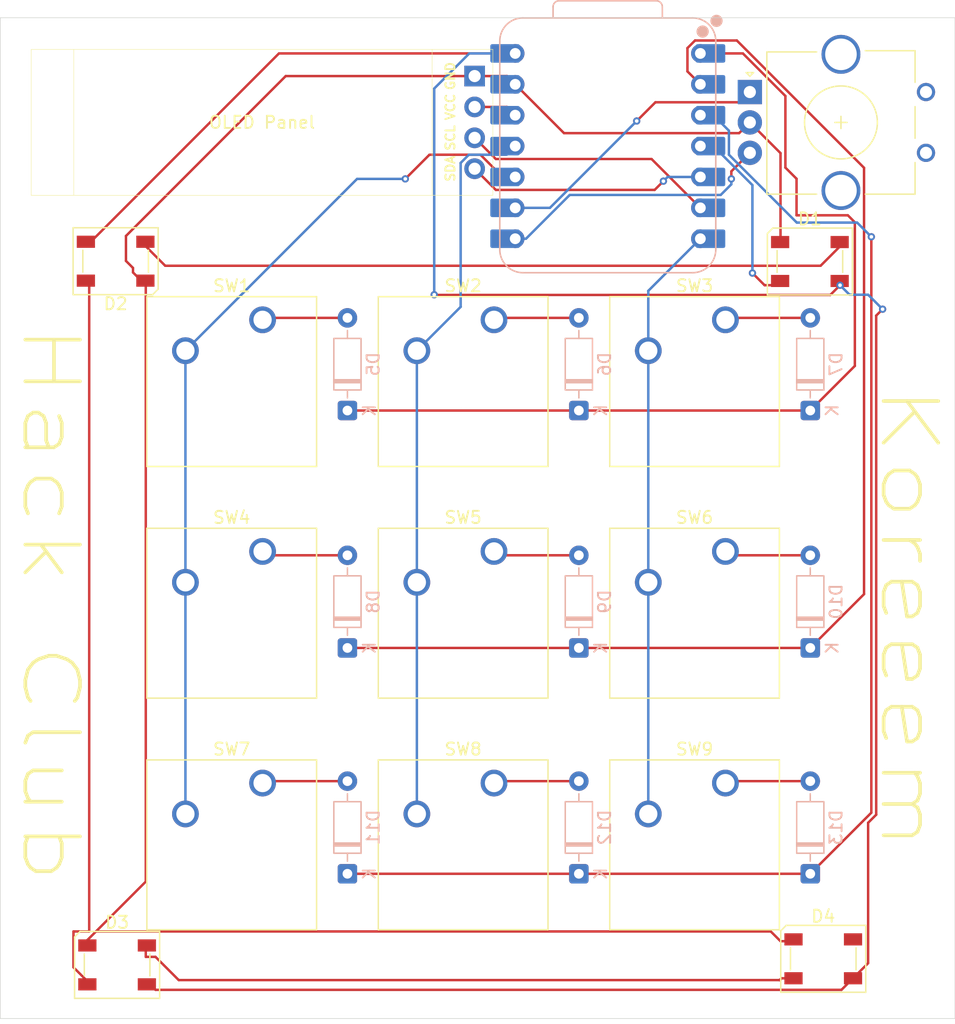
<source format=kicad_pcb>
(kicad_pcb (version 20241229) (generator "pcbnew") (generator_version "9.0")
  (layers (0 "F.Cu" signal) (2 "B.Cu" signal) (13 "F.Paste" user) (15 "B.Paste" user) (5 "F.SilkS" user "F.Silkscreen") (7 "B.SilkS" user "B.Silkscreen") (1 "F.Mask" user) (3 "B.Mask" user) (25 "Edge.Cuts" user))
  (net 0 "")
  (net 1 "Net-(D1-VSS)")
  (net 2 "Net-(D1-DIN)")
  (net 3 "Net-(D1-VDD)")
  (net 4 "Net-(D1-DOUT)")
  (net 5 "Net-(D2-DOUT)")
  (net 6 "Net-(D3-DOUT)")
  (net 8 "Net-(D5-A)")
  (net 9 "Row 1")
  (net 10 "Net-(D6-A)")
  (net 11 "Row 2")
  (net 12 "Row 3")
  (net 13 "Net-(D7-A)")
  (net 14 "Net-(D8-A)")
  (net 15 "Net-(D9-A)")
  (net 16 "Net-(D10-A)")
  (net 17 "Net-(D11-A)")
  (net 18 "Net-(D12-A)")
  (net 19 "Net-(D13-A)")
  (net 20 "Column 1")
  (net 21 "Column 2")
  (net 22 "Column 3")
  (net 23 "Net-(J1-Pin_3)")
  (net 24 "Net-(J1-Pin_2)")
  (net 25 "Net-(U2-GPIO1{slash}RX)")
  (net 26 "Net-(U2-GPIO2{slash}SCK)")
  (net 27 "Net-(J1-Pin_4)")
  (footprint "LED_SMD:LED_SK6812_PLCC4_5.0x5.0mm_P3.2mm" (layer "F.Cu") (at 117.75 133.2)
    (property "Reference" "D4" (at 0 -3.5 0) (layer "F.SilkS"))
    (property "Value" "SK6812")
    (fp_line (start -3.5 -2.3) (end -3.5 2.75) (stroke (width 0.12)) (layer "F.SilkS"))
    (fp_line (start -3.05 -2.75) (end -3.5 -2.3) (stroke (width 0.12)) (layer "F.SilkS"))
    (fp_line (start -2.7 -0.9) (end -2.7 0.9) (stroke (width 0.12)) (layer "F.SilkS"))
    (fp_line (start 2.7 -0.9) (end 2.7 0.9) (stroke (width 0.12)) (layer "F.SilkS"))
    (fp_line (start 3.5 -2.75) (end -3.05 -2.75) (stroke (width 0.12)) (layer "F.SilkS"))
    (fp_line (start 3.5 2.75) (end -3.5 2.75) (stroke (width 0.12)) (layer "F.SilkS"))
    (fp_line (start 3.5 2.75) (end 3.5 -2.75) (stroke (width 0.12)) (layer "F.SilkS"))
    (pad "1" smd rect (at -2.45 -1.6 180) (size 1.5 1) (layers "F.Cu" "F.Mask" "F.Paste") (net 1 "Net-(D1-VSS)"))
    (pad "2" smd rect (at -2.45 1.6 180) (size 1.5 1) (layers "F.Cu" "F.Mask" "F.Paste") (net 6 "Net-(D3-DOUT)"))
    (pad "3" smd rect (at 2.45 1.6 180) (size 1.5 1) (layers "F.Cu" "F.Mask" "F.Paste") (net 3 "Net-(D1-VDD)"))
    (pad "4" smd rect (at 2.45 -1.6 180) (size 1.5 1) (layers "F.Cu" "F.Mask" "F.Paste"))
  )
  (footprint "Button_Switch_Keyboard:SW_Cherry_MX_1.00u_PCB" (layer "F.Cu") (at 109.69625 118.745)
    (property "Reference" "SW9" (at -2.54 -2.794 0) (layer "F.SilkS"))
    (property "Value" "SW_Push")
    (fp_line (start -9.525 -1.905) (end 4.445 -1.905) (stroke (width 0.12)) (layer "F.SilkS"))
    (fp_line (start -9.525 12.065) (end -9.525 -1.905) (stroke (width 0.12)) (layer "F.SilkS"))
    (fp_line (start 4.445 -1.905) (end 4.445 12.065) (stroke (width 0.12)) (layer "F.SilkS"))
    (fp_line (start 4.445 12.065) (end -9.525 12.065) (stroke (width 0.12)) (layer "F.SilkS"))
    (pad "" np_thru_hole circle (at -7.62 5.08) (size 1.7 1.7) (drill 1.7) (layers "*.Cu" "*.Mask"))
    (pad "" np_thru_hole circle (at -2.54 5.08) (size 4 4) (drill 4) (layers "*.Cu" "*.Mask"))
    (pad "" np_thru_hole circle (at 2.54 5.08) (size 1.7 1.7) (drill 1.7) (layers "*.Cu" "*.Mask"))
    (pad "1" thru_hole circle (at 0 0) (size 2.2 2.2) (drill 1.5) (layers "*.Cu" "*.Mask") (net 19 "Net-(D13-A)"))
    (pad "2" thru_hole circle (at -6.35 2.54) (size 2.2 2.2) (drill 1.5) (layers "*.Cu" "*.Mask") (net 22 "Column 3"))
  )
  (footprint "LED_SMD:LED_SK6812_PLCC4_5.0x5.0mm_P3.2mm" (layer "F.Cu") (at 59.5 75.825 180)
    (property "Reference" "D2" (at 0 -3.5 0) (layer "F.SilkS"))
    (property "Value" "SK6812")
    (fp_line (start 3.5 2.75) (end 3.5 -2.75) (stroke (width 0.12)) (layer "F.SilkS"))
    (fp_line (start 3.5 2.75) (end -3.5 2.75) (stroke (width 0.12)) (layer "F.SilkS"))
    (fp_line (start 3.5 -2.75) (end -3.05 -2.75) (stroke (width 0.12)) (layer "F.SilkS"))
    (fp_line (start 2.7 -0.9) (end 2.7 0.9) (stroke (width 0.12)) (layer "F.SilkS"))
    (fp_line (start -2.7 -0.9) (end -2.7 0.9) (stroke (width 0.12)) (layer "F.SilkS"))
    (fp_line (start -3.05 -2.75) (end -3.5 -2.3) (stroke (width 0.12)) (layer "F.SilkS"))
    (fp_line (start -3.5 -2.3) (end -3.5 2.75) (stroke (width 0.12)) (layer "F.SilkS"))
    (pad "1" smd rect (at -2.45 -1.6) (size 1.5 1) (layers "F.Cu" "F.Mask" "F.Paste") (net 1 "Net-(D1-VSS)"))
    (pad "2" smd rect (at -2.45 1.6) (size 1.5 1) (layers "F.Cu" "F.Mask" "F.Paste") (net 4 "Net-(D1-DOUT)"))
    (pad "3" smd rect (at 2.45 1.6) (size 1.5 1) (layers "F.Cu" "F.Mask" "F.Paste") (net 3 "Net-(D1-VDD)"))
    (pad "4" smd rect (at 2.45 -1.6) (size 1.5 1) (layers "F.Cu" "F.Mask" "F.Paste") (net 5 "Net-(D2-DOUT)"))
  )
  (footprint "Rotary_Encoder:RotaryEncoder_Alps_EC11E_Vertical_H20mm_CircularMountingHoles" (layer "F.Cu") (at 111.70625 61.9125)
    (property "Reference" "SW11" (hide yes))
    (property "Value" "RotaryEncoder" (hide yes))
    (fp_line (start -0.3 -1.6) (end 0.3 -1.6) (stroke (width 0.12)) (layer "F.SilkS"))
    (fp_line (start 0 -1.3) (end -0.3 -1.6) (stroke (width 0.12)) (layer "F.SilkS"))
    (fp_line (start 0.3 -1.6) (end 0 -1.3) (stroke (width 0.12)) (layer "F.SilkS"))
    (fp_line (start 1.4 -3.3) (end 1.4 8.4) (stroke (width 0.12)) (layer "F.SilkS"))
    (fp_line (start 5.5 -3.3) (end 1.4 -3.3) (stroke (width 0.12)) (layer "F.SilkS"))
    (fp_line (start 5.5 8.4) (end 1.4 8.4) (stroke (width 0.12)) (layer "F.SilkS"))
    (fp_line (start 7 2.5) (end 8 2.5) (stroke (width 0.12)) (layer "F.SilkS"))
    (fp_line (start 7.5 2) (end 7.5 3) (stroke (width 0.12)) (layer "F.SilkS"))
    (fp_line (start 9.5 -3.4) (end 13.6 -3.4) (stroke (width 0.12)) (layer "F.SilkS"))
    (fp_line (start 13.6 -3.4) (end 13.6 -0.8) (stroke (width 0.12)) (layer "F.SilkS"))
    (fp_line (start 13.6 1.2) (end 13.6 3.8) (stroke (width 0.12)) (layer "F.SilkS"))
    (fp_line (start 13.6 5.8) (end 13.6 8.4) (stroke (width 0.12)) (layer "F.SilkS"))
    (fp_line (start 13.6 8.4) (end 9.5 8.4) (stroke (width 0.12)) (layer "F.SilkS"))
    (fp_circle (center 7.5 2.5) (end 10.5 2.5) (stroke (width 0.12)) (fill no) (layer "F.SilkS"))
    (pad "" thru_hole circle (at 14.5 0) (size 1.5 1.5) (drill 1) (layers "*.Cu" "*.Mask"))
    (pad "" thru_hole circle (at 14.5 5) (size 1.5 1.5) (drill 1) (layers "*.Cu" "*.Mask"))
    (pad "A" thru_hole rect (at 0 0) (size 2 2) (drill 1) (layers "*.Cu" "*.Mask") (net 26 "Net-(U2-GPIO2{slash}SCK)"))
    (pad "B" thru_hole circle (at 0 5) (size 2 2) (drill 1) (layers "*.Cu" "*.Mask") (net 25 "Net-(U2-GPIO1{slash}RX)"))
    (pad "C" thru_hole circle (at 0 2.5) (size 2 2) (drill 1) (layers "*.Cu" "*.Mask") (net 1 "Net-(D1-VSS)"))
    (pad "MP" thru_hole circle (at 7.5 -3.1) (size 3.2 3.2) (drill 2.6) (layers "*.Cu" "*.Mask"))
    (pad "MP" thru_hole circle (at 7.5 8.1) (size 3.2 3.2) (drill 2.6) (layers "*.Cu" "*.Mask"))
  )
  (footprint "Button_Switch_Keyboard:SW_Cherry_MX_1.00u_PCB" (layer "F.Cu") (at 90.64625 99.695)
    (property "Reference" "SW5" (at -2.54 -2.794 0) (layer "F.SilkS"))
    (property "Value" "SW_Push")
    (fp_line (start -9.525 -1.905) (end 4.445 -1.905) (stroke (width 0.12)) (layer "F.SilkS"))
    (fp_line (start -9.525 12.065) (end -9.525 -1.905) (stroke (width 0.12)) (layer "F.SilkS"))
    (fp_line (start 4.445 -1.905) (end 4.445 12.065) (stroke (width 0.12)) (layer "F.SilkS"))
    (fp_line (start 4.445 12.065) (end -9.525 12.065) (stroke (width 0.12)) (layer "F.SilkS"))
    (pad "" np_thru_hole circle (at -7.62 5.08) (size 1.7 1.7) (drill 1.7) (layers "*.Cu" "*.Mask"))
    (pad "" np_thru_hole circle (at -2.54 5.08) (size 4 4) (drill 4) (layers "*.Cu" "*.Mask"))
    (pad "" np_thru_hole circle (at 2.54 5.08) (size 1.7 1.7) (drill 1.7) (layers "*.Cu" "*.Mask"))
    (pad "1" thru_hole circle (at 0 0) (size 2.2 2.2) (drill 1.5) (layers "*.Cu" "*.Mask") (net 15 "Net-(D9-A)"))
    (pad "2" thru_hole circle (at -6.35 2.54) (size 2.2 2.2) (drill 1.5) (layers "*.Cu" "*.Mask") (net 21 "Column 2"))
  )
  (footprint "LED_SMD:LED_SK6812_PLCC4_5.0x5.0mm_P3.2mm" (layer "F.Cu") (at 116.65 75.85)
    (property "Reference" "D1" (at 0 -3.5 0) (layer "F.SilkS"))
    (property "Value" "SK6812")
    (fp_line (start -3.5 -2.3) (end -3.5 2.75) (stroke (width 0.12)) (layer "F.SilkS"))
    (fp_line (start -3.05 -2.75) (end -3.5 -2.3) (stroke (width 0.12)) (layer "F.SilkS"))
    (fp_line (start -2.7 -0.9) (end -2.7 0.9) (stroke (width 0.12)) (layer "F.SilkS"))
    (fp_line (start 2.7 -0.9) (end 2.7 0.9) (stroke (width 0.12)) (layer "F.SilkS"))
    (fp_line (start 3.5 -2.75) (end -3.05 -2.75) (stroke (width 0.12)) (layer "F.SilkS"))
    (fp_line (start 3.5 2.75) (end -3.5 2.75) (stroke (width 0.12)) (layer "F.SilkS"))
    (fp_line (start 3.5 2.75) (end 3.5 -2.75) (stroke (width 0.12)) (layer "F.SilkS"))
    (pad "1" smd rect (at -2.45 -1.6 180) (size 1.5 1) (layers "F.Cu" "F.Mask" "F.Paste") (net 1 "Net-(D1-VSS)"))
    (pad "2" smd rect (at -2.45 1.6 180) (size 1.5 1) (layers "F.Cu" "F.Mask" "F.Paste") (net 2 "Net-(D1-DIN)"))
    (pad "3" smd rect (at 2.45 1.6 180) (size 1.5 1) (layers "F.Cu" "F.Mask" "F.Paste") (net 3 "Net-(D1-VDD)"))
    (pad "4" smd rect (at 2.45 -1.6 180) (size 1.5 1) (layers "F.Cu" "F.Mask" "F.Paste") (net 4 "Net-(D1-DOUT)"))
  )
  (footprint "Button_Switch_Keyboard:SW_Cherry_MX_1.00u_PCB" (layer "F.Cu") (at 71.59625 99.695)
    (property "Reference" "SW4" (at -2.54 -2.794 0) (layer "F.SilkS"))
    (property "Value" "SW_Push")
    (fp_line (start -9.525 -1.905) (end 4.445 -1.905) (stroke (width 0.12)) (layer "F.SilkS"))
    (fp_line (start -9.525 12.065) (end -9.525 -1.905) (stroke (width 0.12)) (layer "F.SilkS"))
    (fp_line (start 4.445 -1.905) (end 4.445 12.065) (stroke (width 0.12)) (layer "F.SilkS"))
    (fp_line (start 4.445 12.065) (end -9.525 12.065) (stroke (width 0.12)) (layer "F.SilkS"))
    (pad "" np_thru_hole circle (at -7.62 5.08) (size 1.7 1.7) (drill 1.7) (layers "*.Cu" "*.Mask"))
    (pad "" np_thru_hole circle (at -2.54 5.08) (size 4 4) (drill 4) (layers "*.Cu" "*.Mask"))
    (pad "" np_thru_hole circle (at 2.54 5.08) (size 1.7 1.7) (drill 1.7) (layers "*.Cu" "*.Mask"))
    (pad "1" thru_hole circle (at 0 0) (size 2.2 2.2) (drill 1.5) (layers "*.Cu" "*.Mask") (net 14 "Net-(D8-A)"))
    (pad "2" thru_hole circle (at -6.35 2.54) (size 2.2 2.2) (drill 1.5) (layers "*.Cu" "*.Mask") (net 20 "Column 1"))
  )
  (footprint "Button_Switch_Keyboard:SW_Cherry_MX_1.00u_PCB" (layer "F.Cu") (at 109.69625 99.695)
    (property "Reference" "SW6" (at -2.54 -2.794 0) (layer "F.SilkS"))
    (property "Value" "SW_Push")
    (fp_line (start -9.525 -1.905) (end 4.445 -1.905) (stroke (width 0.12)) (layer "F.SilkS"))
    (fp_line (start -9.525 12.065) (end -9.525 -1.905) (stroke (width 0.12)) (layer "F.SilkS"))
    (fp_line (start 4.445 -1.905) (end 4.445 12.065) (stroke (width 0.12)) (layer "F.SilkS"))
    (fp_line (start 4.445 12.065) (end -9.525 12.065) (stroke (width 0.12)) (layer "F.SilkS"))
    (pad "" np_thru_hole circle (at -7.62 5.08) (size 1.7 1.7) (drill 1.7) (layers "*.Cu" "*.Mask"))
    (pad "" np_thru_hole circle (at -2.54 5.08) (size 4 4) (drill 4) (layers "*.Cu" "*.Mask"))
    (pad "" np_thru_hole circle (at 2.54 5.08) (size 1.7 1.7) (drill 1.7) (layers "*.Cu" "*.Mask"))
    (pad "1" thru_hole circle (at 0 0) (size 2.2 2.2) (drill 1.5) (layers "*.Cu" "*.Mask") (net 16 "Net-(D10-A)"))
    (pad "2" thru_hole circle (at -6.35 2.54) (size 2.2 2.2) (drill 1.5) (layers "*.Cu" "*.Mask") (net 22 "Column 3"))
  )
  (footprint "LED_SMD:LED_SK6812_PLCC4_5.0x5.0mm_P3.2mm" (layer "F.Cu") (at 59.62125 133.7)
    (property "Reference" "D3" (at 0 -3.5 0) (layer "F.SilkS"))
    (property "Value" "SK6812")
    (fp_line (start -3.5 -2.3) (end -3.5 2.75) (stroke (width 0.12)) (layer "F.SilkS"))
    (fp_line (start -3.05 -2.75) (end -3.5 -2.3) (stroke (width 0.12)) (layer "F.SilkS"))
    (fp_line (start -2.7 -0.9) (end -2.7 0.9) (stroke (width 0.12)) (layer "F.SilkS"))
    (fp_line (start 2.7 -0.9) (end 2.7 0.9) (stroke (width 0.12)) (layer "F.SilkS"))
    (fp_line (start 3.5 -2.75) (end -3.05 -2.75) (stroke (width 0.12)) (layer "F.SilkS"))
    (fp_line (start 3.5 2.75) (end -3.5 2.75) (stroke (width 0.12)) (layer "F.SilkS"))
    (fp_line (start 3.5 2.75) (end 3.5 -2.75) (stroke (width 0.12)) (layer "F.SilkS"))
    (pad "1" smd rect (at -2.45 -1.6 180) (size 1.5 1) (layers "F.Cu" "F.Mask" "F.Paste") (net 1 "Net-(D1-VSS)"))
    (pad "2" smd rect (at -2.45 1.6 180) (size 1.5 1) (layers "F.Cu" "F.Mask" "F.Paste") (net 5 "Net-(D2-DOUT)"))
    (pad "3" smd rect (at 2.45 1.6 180) (size 1.5 1) (layers "F.Cu" "F.Mask" "F.Paste") (net 3 "Net-(D1-VDD)"))
    (pad "4" smd rect (at 2.45 -1.6 180) (size 1.5 1) (layers "F.Cu" "F.Mask" "F.Paste") (net 6 "Net-(D3-DOUT)"))
  )
  (footprint "Button_Switch_Keyboard:SW_Cherry_MX_1.00u_PCB" (layer "F.Cu") (at 71.59625 80.645)
    (property "Reference" "SW1" (at -2.54 -2.794 0) (layer "F.SilkS"))
    (property "Value" "SW_Push")
    (fp_line (start -9.525 -1.905) (end 4.445 -1.905) (stroke (width 0.12)) (layer "F.SilkS"))
    (fp_line (start -9.525 12.065) (end -9.525 -1.905) (stroke (width 0.12)) (layer "F.SilkS"))
    (fp_line (start 4.445 -1.905) (end 4.445 12.065) (stroke (width 0.12)) (layer "F.SilkS"))
    (fp_line (start 4.445 12.065) (end -9.525 12.065) (stroke (width 0.12)) (layer "F.SilkS"))
    (pad "" np_thru_hole circle (at -7.62 5.08) (size 1.7 1.7) (drill 1.7) (layers "*.Cu" "*.Mask"))
    (pad "" np_thru_hole circle (at -2.54 5.08) (size 4 4) (drill 4) (layers "*.Cu" "*.Mask"))
    (pad "" np_thru_hole circle (at 2.54 5.08) (size 1.7 1.7) (drill 1.7) (layers "*.Cu" "*.Mask"))
    (pad "1" thru_hole circle (at 0 0) (size 2.2 2.2) (drill 1.5) (layers "*.Cu" "*.Mask") (net 8 "Net-(D5-A)"))
    (pad "2" thru_hole circle (at -6.35 2.54) (size 2.2 2.2) (drill 1.5) (layers "*.Cu" "*.Mask") (net 20 "Column 1"))
  )
  (footprint "Button_Switch_Keyboard:SW_Cherry_MX_1.00u_PCB" (layer "F.Cu") (at 90.64625 80.645)
    (property "Reference" "SW2" (at -2.54 -2.794 0) (layer "F.SilkS"))
    (property "Value" "SW_Push")
    (fp_line (start -9.525 -1.905) (end 4.445 -1.905) (stroke (width 0.12)) (layer "F.SilkS"))
    (fp_line (start -9.525 12.065) (end -9.525 -1.905) (stroke (width 0.12)) (layer "F.SilkS"))
    (fp_line (start 4.445 -1.905) (end 4.445 12.065) (stroke (width 0.12)) (layer "F.SilkS"))
    (fp_line (start 4.445 12.065) (end -9.525 12.065) (stroke (width 0.12)) (layer "F.SilkS"))
    (pad "" np_thru_hole circle (at -7.62 5.08) (size 1.7 1.7) (drill 1.7) (layers "*.Cu" "*.Mask"))
    (pad "" np_thru_hole circle (at -2.54 5.08) (size 4 4) (drill 4) (layers "*.Cu" "*.Mask"))
    (pad "" np_thru_hole circle (at 2.54 5.08) (size 1.7 1.7) (drill 1.7) (layers "*.Cu" "*.Mask"))
    (pad "1" thru_hole circle (at 0 0) (size 2.2 2.2) (drill 1.5) (layers "*.Cu" "*.Mask") (net 10 "Net-(D6-A)"))
    (pad "2" thru_hole circle (at -6.35 2.54) (size 2.2 2.2) (drill 1.5) (layers "*.Cu" "*.Mask") (net 21 "Column 2"))
  )
  (footprint "Button_Switch_Keyboard:SW_Cherry_MX_1.00u_PCB" (layer "F.Cu") (at 90.64625 118.745)
    (property "Reference" "SW8" (at -2.54 -2.794 0) (layer "F.SilkS"))
    (property "Value" "SW_Push")
    (fp_line (start -9.525 -1.905) (end 4.445 -1.905) (stroke (width 0.12)) (layer "F.SilkS"))
    (fp_line (start -9.525 12.065) (end -9.525 -1.905) (stroke (width 0.12)) (layer "F.SilkS"))
    (fp_line (start 4.445 -1.905) (end 4.445 12.065) (stroke (width 0.12)) (layer "F.SilkS"))
    (fp_line (start 4.445 12.065) (end -9.525 12.065) (stroke (width 0.12)) (layer "F.SilkS"))
    (pad "" np_thru_hole circle (at -7.62 5.08) (size 1.7 1.7) (drill 1.7) (layers "*.Cu" "*.Mask"))
    (pad "" np_thru_hole circle (at -2.54 5.08) (size 4 4) (drill 4) (layers "*.Cu" "*.Mask"))
    (pad "" np_thru_hole circle (at 2.54 5.08) (size 1.7 1.7) (drill 1.7) (layers "*.Cu" "*.Mask"))
    (pad "1" thru_hole circle (at 0 0) (size 2.2 2.2) (drill 1.5) (layers "*.Cu" "*.Mask") (net 18 "Net-(D12-A)"))
    (pad "2" thru_hole circle (at -6.35 2.54) (size 2.2 2.2) (drill 1.5) (layers "*.Cu" "*.Mask") (net 21 "Column 2"))
  )
  (footprint "Button_Switch_Keyboard:SW_Cherry_MX_1.00u_PCB" (layer "F.Cu") (at 71.59625 118.745)
    (property "Reference" "SW7" (at -2.54 -2.794 0) (layer "F.SilkS"))
    (property "Value" "SW_Push")
    (fp_line (start -9.525 -1.905) (end 4.445 -1.905) (stroke (width 0.12)) (layer "F.SilkS"))
    (fp_line (start -9.525 12.065) (end -9.525 -1.905) (stroke (width 0.12)) (layer "F.SilkS"))
    (fp_line (start 4.445 -1.905) (end 4.445 12.065) (stroke (width 0.12)) (layer "F.SilkS"))
    (fp_line (start 4.445 12.065) (end -9.525 12.065) (stroke (width 0.12)) (layer "F.SilkS"))
    (pad "" np_thru_hole circle (at -7.62 5.08) (size 1.7 1.7) (drill 1.7) (layers "*.Cu" "*.Mask"))
    (pad "" np_thru_hole circle (at -2.54 5.08) (size 4 4) (drill 4) (layers "*.Cu" "*.Mask"))
    (pad "" np_thru_hole circle (at 2.54 5.08) (size 1.7 1.7) (drill 1.7) (layers "*.Cu" "*.Mask"))
    (pad "1" thru_hole circle (at 0 0) (size 2.2 2.2) (drill 1.5) (layers "*.Cu" "*.Mask") (net 17 "Net-(D11-A)"))
    (pad "2" thru_hole circle (at -6.35 2.54) (size 2.2 2.2) (drill 1.5) (layers "*.Cu" "*.Mask") (net 20 "Column 1"))
  )
  (footprint "display:SSD1306-0.91-OLED-4pin-128x32" (layer "F.Cu") (at 52.5525 58.40875)
    (property "Reference" "J1" (hide yes))
    (property "Value" "Conn_01x04_Pin")
    (fp_line (start 0 0) (end 0 12) (stroke (width 0.04)) (layer "F.SilkS"))
    (fp_line (start 0 12) (end 38 12) (stroke (width 0.04)) (layer "F.SilkS"))
    (fp_line (start 3.5 0) (end 3.5 12) (stroke (width 0.04)) (layer "F.SilkS"))
    (fp_line (start 33 0) (end 33 12) (stroke (width 0.04)) (layer "F.SilkS"))
    (fp_line (start 38 0) (end 0 0) (stroke (width 0.04)) (layer "F.SilkS"))
    (fp_line (start 38 12) (end 38 0) (stroke (width 0.04)) (layer "F.SilkS"))
    (fp_text user "GND" (at 34.5 2.19 270) (layer "F.SilkS") (effects (font (size 0.75 0.75))))
    (fp_text user "OLED Panel" (at 19 6 0) (layer "F.SilkS"))
    (fp_text user "VCC" (at 34.5 4.73 270) (layer "F.SilkS") (effects (font (size 0.75 0.75))))
    (fp_text user "SDA" (at 34.5 9.81 270) (layer "F.SilkS") (effects (font (size 0.75 0.75))))
    (fp_text user "SCL" (at 34.5 7.27 270) (layer "F.SilkS") (effects (font (size 0.75 0.75))))
    (pad "1" thru_hole rect (at 36.5 2.19) (size 1.7 1.7) (drill 1) (layers "*.Cu" "*.Mask") (net 1 "Net-(D1-VSS)"))
    (pad "2" thru_hole oval (at 36.5 4.73) (size 1.7 1.7) (drill 1) (layers "*.Cu" "*.Mask") (net 24 "Net-(J1-Pin_2)"))
    (pad "3" thru_hole oval (at 36.5 7.27) (size 1.7 1.7) (drill 1) (layers "*.Cu" "*.Mask") (net 23 "Net-(J1-Pin_3)"))
    (pad "4" thru_hole oval (at 36.5 9.81) (size 1.7 1.7) (drill 1) (layers "*.Cu" "*.Mask") (net 27 "Net-(J1-Pin_4)"))
  )
  (footprint "Button_Switch_Keyboard:SW_Cherry_MX_1.00u_PCB" (layer "F.Cu") (at 109.69625 80.645)
    (property "Reference" "SW3" (at -2.54 -2.794 0) (layer "F.SilkS"))
    (property "Value" "SW_Push")
    (fp_line (start -9.525 -1.905) (end 4.445 -1.905) (stroke (width 0.12)) (layer "F.SilkS"))
    (fp_line (start -9.525 12.065) (end -9.525 -1.905) (stroke (width 0.12)) (layer "F.SilkS"))
    (fp_line (start 4.445 -1.905) (end 4.445 12.065) (stroke (width 0.12)) (layer "F.SilkS"))
    (fp_line (start 4.445 12.065) (end -9.525 12.065) (stroke (width 0.12)) (layer "F.SilkS"))
    (pad "" np_thru_hole circle (at -7.62 5.08) (size 1.7 1.7) (drill 1.7) (layers "*.Cu" "*.Mask"))
    (pad "" np_thru_hole circle (at -2.54 5.08) (size 4 4) (drill 4) (layers "*.Cu" "*.Mask"))
    (pad "" np_thru_hole circle (at 2.54 5.08) (size 1.7 1.7) (drill 1.7) (layers "*.Cu" "*.Mask"))
    (pad "1" thru_hole circle (at 0 0) (size 2.2 2.2) (drill 1.5) (layers "*.Cu" "*.Mask") (net 13 "Net-(D7-A)"))
    (pad "2" thru_hole circle (at -6.35 2.54) (size 2.2 2.2) (drill 1.5) (layers "*.Cu" "*.Mask") (net 22 "Column 3"))
  )
  (footprint "Diode_THT:D_DO-35_SOD27_P7.62mm_Horizontal" (layer "B.Cu") (at 116.68125 88.10625 90)
    (property "Reference" "D7" (at 3.81 2.12 90) (layer "B.SilkS") (effects (justify mirror)))
    (property "Value" "1N4148")
    (fp_line (start 6.58 0) (end 5.93 0) (stroke (width 0.12)) (layer "B.SilkS"))
    (fp_line (start 1.04 0) (end 1.69 0) (stroke (width 0.12)) (layer "B.SilkS"))
    (fp_line (start 2.53 1.12) (end 2.53 -1.12) (stroke (width 0.12)) (layer "B.SilkS"))
    (fp_line (start 2.41 1.12) (end 2.41 -1.12) (stroke (width 0.12)) (layer "B.SilkS"))
    (fp_line (start 2.29 1.12) (end 2.29 -1.12) (stroke (width 0.12)) (layer "B.SilkS"))
    (fp_rect (start 1.69 1.12) (end 5.93 -1.12) (stroke (width 0.12)) (fill no) (layer "B.SilkS"))
    (fp_text user "K" (at 0 1.8 90) (layer "B.SilkS") (effects (justify mirror)))
    (pad "1" thru_hole roundrect (at 0 0 90) (size 1.6 1.6) (drill 0.8) (layers "*.Cu" "*.Mask") (roundrect_rratio 0.15625) (net 9 "Row 1"))
    (pad "2" thru_hole circle (at 7.62 0 90) (size 1.6 1.6) (drill 0.8) (layers "*.Cu" "*.Mask") (net 13 "Net-(D7-A)"))
  )
  (footprint "Diode_THT:D_DO-35_SOD27_P7.62mm_Horizontal" (layer "B.Cu") (at 78.58125 107.6325 90)
    (property "Reference" "D8" (at 3.81 2.12 90) (layer "B.SilkS") (effects (justify mirror)))
    (property "Value" "1N4148")
    (fp_line (start 6.58 0) (end 5.93 0) (stroke (width 0.12)) (layer "B.SilkS"))
    (fp_line (start 1.04 0) (end 1.69 0) (stroke (width 0.12)) (layer "B.SilkS"))
    (fp_line (start 2.53 1.12) (end 2.53 -1.12) (stroke (width 0.12)) (layer "B.SilkS"))
    (fp_line (start 2.41 1.12) (end 2.41 -1.12) (stroke (width 0.12)) (layer "B.SilkS"))
    (fp_line (start 2.29 1.12) (end 2.29 -1.12) (stroke (width 0.12)) (layer "B.SilkS"))
    (fp_rect (start 1.69 1.12) (end 5.93 -1.12) (stroke (width 0.12)) (fill no) (layer "B.SilkS"))
    (fp_text user "K" (at 0 1.8 90) (layer "B.SilkS") (effects (justify mirror)))
    (pad "1" thru_hole roundrect (at 0 0 90) (size 1.6 1.6) (drill 0.8) (layers "*.Cu" "*.Mask") (roundrect_rratio 0.15625) (net 11 "Row 2"))
    (pad "2" thru_hole circle (at 7.62 0 90) (size 1.6 1.6) (drill 0.8) (layers "*.Cu" "*.Mask") (net 14 "Net-(D8-A)"))
  )
  (footprint "Diode_THT:D_DO-35_SOD27_P7.62mm_Horizontal" (layer "B.Cu") (at 78.58125 88.10625 90)
    (property "Reference" "D5" (at 3.81 2.12 90) (layer "B.SilkS") (effects (justify mirror)))
    (property "Value" "1N4148")
    (fp_line (start 6.58 0) (end 5.93 0) (stroke (width 0.12)) (layer "B.SilkS"))
    (fp_line (start 1.04 0) (end 1.69 0) (stroke (width 0.12)) (layer "B.SilkS"))
    (fp_line (start 2.53 1.12) (end 2.53 -1.12) (stroke (width 0.12)) (layer "B.SilkS"))
    (fp_line (start 2.41 1.12) (end 2.41 -1.12) (stroke (width 0.12)) (layer "B.SilkS"))
    (fp_line (start 2.29 1.12) (end 2.29 -1.12) (stroke (width 0.12)) (layer "B.SilkS"))
    (fp_rect (start 1.69 1.12) (end 5.93 -1.12) (stroke (width 0.12)) (fill no) (layer "B.SilkS"))
    (fp_text user "K" (at 0 1.8 90) (layer "B.SilkS") (effects (justify mirror)))
    (pad "1" thru_hole roundrect (at 0 0 90) (size 1.6 1.6) (drill 0.8) (layers "*.Cu" "*.Mask") (roundrect_rratio 0.15625) (net 9 "Row 1"))
    (pad "2" thru_hole circle (at 7.62 0 90) (size 1.6 1.6) (drill 0.8) (layers "*.Cu" "*.Mask") (net 8 "Net-(D5-A)"))
  )
  (footprint "Diode_THT:D_DO-35_SOD27_P7.62mm_Horizontal" (layer "B.Cu") (at 97.63125 107.6325 90)
    (property "Reference" "D9" (at 3.81 2.12 90) (layer "B.SilkS") (effects (justify mirror)))
    (property "Value" "1N4148")
    (fp_line (start 6.58 0) (end 5.93 0) (stroke (width 0.12)) (layer "B.SilkS"))
    (fp_line (start 1.04 0) (end 1.69 0) (stroke (width 0.12)) (layer "B.SilkS"))
    (fp_line (start 2.53 1.12) (end 2.53 -1.12) (stroke (width 0.12)) (layer "B.SilkS"))
    (fp_line (start 2.41 1.12) (end 2.41 -1.12) (stroke (width 0.12)) (layer "B.SilkS"))
    (fp_line (start 2.29 1.12) (end 2.29 -1.12) (stroke (width 0.12)) (layer "B.SilkS"))
    (fp_rect (start 1.69 1.12) (end 5.93 -1.12) (stroke (width 0.12)) (fill no) (layer "B.SilkS"))
    (fp_text user "K" (at 0 1.8 90) (layer "B.SilkS") (effects (justify mirror)))
    (pad "1" thru_hole roundrect (at 0 0 90) (size 1.6 1.6) (drill 0.8) (layers "*.Cu" "*.Mask") (roundrect_rratio 0.15625) (net 11 "Row 2"))
    (pad "2" thru_hole circle (at 7.62 0 90) (size 1.6 1.6) (drill 0.8) (layers "*.Cu" "*.Mask") (net 15 "Net-(D9-A)"))
  )
  (footprint "Diode_THT:D_DO-35_SOD27_P7.62mm_Horizontal" (layer "B.Cu") (at 97.63125 88.10625 90)
    (property "Reference" "D6" (at 3.81 2.12 90) (layer "B.SilkS") (effects (justify mirror)))
    (property "Value" "1N4148")
    (fp_line (start 6.58 0) (end 5.93 0) (stroke (width 0.12)) (layer "B.SilkS"))
    (fp_line (start 1.04 0) (end 1.69 0) (stroke (width 0.12)) (layer "B.SilkS"))
    (fp_line (start 2.53 1.12) (end 2.53 -1.12) (stroke (width 0.12)) (layer "B.SilkS"))
    (fp_line (start 2.41 1.12) (end 2.41 -1.12) (stroke (width 0.12)) (layer "B.SilkS"))
    (fp_line (start 2.29 1.12) (end 2.29 -1.12) (stroke (width 0.12)) (layer "B.SilkS"))
    (fp_rect (start 1.69 1.12) (end 5.93 -1.12) (stroke (width 0.12)) (fill no) (layer "B.SilkS"))
    (fp_text user "K" (at 0 1.8 90) (layer "B.SilkS") (effects (justify mirror)))
    (pad "1" thru_hole roundrect (at 0 0 90) (size 1.6 1.6) (drill 0.8) (layers "*.Cu" "*.Mask") (roundrect_rratio 0.15625) (net 9 "Row 1"))
    (pad "2" thru_hole circle (at 7.62 0 90) (size 1.6 1.6) (drill 0.8) (layers "*.Cu" "*.Mask") (net 10 "Net-(D6-A)"))
  )
  (footprint "OPL:XIAO-RP2040-DIP" (layer "B.Cu") (at 100.0125 66.3575 180)
    (property "Reference" "U2" (hide yes))
    (property "Value" "XIAO-RP2040-DIP")
    (fp_line (start 8.89 -8.509) (end 8.89 8.636) (stroke (width 0.127)) (layer "B.SilkS"))
    (fp_line (start 6.985 10.541) (end -6.985 10.541) (stroke (width 0.1)) (layer "B.SilkS"))
    (fp_line (start 6.985 10.541) (end -6.985 10.541) (stroke (width 0.127)) (layer "B.SilkS"))
    (fp_line (start 4.504 11.451) (end 4.504 10.541) (stroke (width 0.127)) (layer "B.SilkS"))
    (fp_line (start -3.991272 11.951) (end 4.004 11.951) (stroke (width 0.127)) (layer "B.SilkS"))
    (fp_line (start -4.495 10.541) (end -4.491272 11.451272) (stroke (width 0.127)) (layer "B.SilkS"))
    (fp_line (start -6.985 -10.414) (end 6.985 -10.414) (stroke (width 0.127)) (layer "B.SilkS"))
    (fp_line (start -8.89 -8.509) (end -8.89 8.636) (stroke (width 0.127)) (layer "B.SilkS"))
    (fp_arc (start 8.89 8.636) (mid 8.332038 9.983038) (end 6.985 10.541) (stroke (width 0.127)) (layer "B.SilkS"))
    (fp_arc (start 6.985 -10.414) (mid 8.332038 -9.856038) (end 8.89 -8.509) (stroke (width 0.127)) (layer "B.SilkS"))
    (fp_arc (start 4.504 11.451) (mid 4.357553 11.804553) (end 4.004 11.951) (stroke (width 0.127)) (layer "B.SilkS"))
    (fp_arc (start -3.991272 11.951) (mid -4.344724 11.804644) (end -4.491272 11.451272) (stroke (width 0.127)) (layer "B.SilkS"))
    (fp_arc (start -6.985 10.541) (mid -8.332038 9.983038) (end -8.89 8.636) (stroke (width 0.127)) (layer "B.SilkS"))
    (fp_arc (start -8.89 -8.509) (mid -8.332038 -9.856038) (end -6.985 -10.414) (stroke (width 0.127)) (layer "B.SilkS"))
    (fp_circle (center -7.807 9.42) (end -7.807 9.674) (stroke (width 0.5)) (fill yes) (layer "B.SilkS"))
    (fp_circle (center -8.95 10.3) (end -8.95 10.554) (stroke (width 0.5)) (fill yes) (layer "B.SilkS"))
    (pad "1" smd roundrect (at -8.455 7.62) (size 2.432 1.524) (layers "B.Cu" "B.Mask") (roundrect_rratio 0.1) (net 9 "Row 1"))
    (pad "1" thru_hole circle (at -7.62 7.62) (size 1.524 1.524) (drill 0.889) (layers "*.Cu" "*.Mask") (net 9 "Row 1"))
    (pad "2" smd roundrect (at -8.455 5.08) (size 2.432 1.524) (layers "B.Cu" "B.Mask") (roundrect_rratio 0.1) (net 11 "Row 2"))
    (pad "2" thru_hole circle (at -7.62 5.08) (size 1.524 1.524) (drill 0.889) (layers "*.Cu" "*.Mask") (net 11 "Row 2"))
    (pad "3" smd roundrect (at -8.455 2.54) (size 2.432 1.524) (layers "B.Cu" "B.Mask") (roundrect_rratio 0.1) (net 12 "Row 3"))
    (pad "3" thru_hole circle (at -7.62 2.54) (size 1.524 1.524) (drill 0.889) (layers "*.Cu" "*.Mask") (net 12 "Row 3"))
    (pad "4" smd roundrect (at -8.455 0) (size 2.432 1.524) (layers "B.Cu" "B.Mask") (roundrect_rratio 0.1) (net 2 "Net-(D1-DIN)"))
    (pad "4" thru_hole circle (at -7.62 0) (size 1.524 1.524) (drill 0.889) (layers "*.Cu" "*.Mask") (net 2 "Net-(D1-DIN)"))
    (pad "5" smd roundrect (at -8.455 -2.54) (size 2.432 1.524) (layers "B.Cu" "B.Mask") (roundrect_rratio 0.1) (net 27 "Net-(J1-Pin_4)"))
    (pad "5" thru_hole circle (at -7.62 -2.54) (size 1.524 1.524) (drill 0.889) (layers "*.Cu" "*.Mask") (net 27 "Net-(J1-Pin_4)"))
    (pad "6" smd roundrect (at -8.455 -5.08) (size 2.432 1.524) (layers "B.Cu" "B.Mask") (roundrect_rratio 0.1) (net 23 "Net-(J1-Pin_3)"))
    (pad "6" thru_hole circle (at -7.62 -5.08) (size 1.524 1.524) (drill 0.889) (layers "*.Cu" "*.Mask") (net 23 "Net-(J1-Pin_3)"))
    (pad "7" smd roundrect (at -8.455 -7.62) (size 2.432 1.524) (layers "B.Cu" "B.Mask") (roundrect_rratio 0.1) (net 22 "Column 3"))
    (pad "7" thru_hole circle (at -7.62 -7.62) (size 1.524 1.524) (drill 0.889) (layers "*.Cu" "*.Mask") (net 22 "Column 3"))
    (pad "8" thru_hole circle (at 7.62 -7.62 180) (size 1.524 1.524) (drill 0.889) (layers "*.Cu" "*.Mask") (net 25 "Net-(U2-GPIO1{slash}RX)"))
    (pad "8" smd roundrect (at 8.455 -7.62 180) (size 2.432 1.524) (layers "B.Cu" "B.Mask") (roundrect_rratio 0.1) (net 25 "Net-(U2-GPIO1{slash}RX)"))
    (pad "9" thru_hole circle (at 7.62 -5.08 180) (size 1.524 1.524) (drill 0.889) (layers "*.Cu" "*.Mask") (net 26 "Net-(U2-GPIO2{slash}SCK)"))
    (pad "9" smd roundrect (at 8.455 -5.08 180) (size 2.432 1.524) (layers "B.Cu" "B.Mask") (roundrect_rratio 0.1) (net 26 "Net-(U2-GPIO2{slash}SCK)"))
    (pad "10" thru_hole circle (at 7.62 -2.54 180) (size 1.524 1.524) (drill 0.889) (layers "*.Cu" "*.Mask") (net 20 "Column 1"))
    (pad "10" smd roundrect (at 8.455 -2.54 180) (size 2.432 1.524) (layers "B.Cu" "B.Mask") (roundrect_rratio 0.1) (net 20 "Column 1"))
    (pad "11" thru_hole circle (at 7.62 0 180) (size 1.524 1.524) (drill 0.889) (layers "*.Cu" "*.Mask") (net 21 "Column 2"))
    (pad "11" smd roundrect (at 8.455 0 180) (size 2.432 1.524) (layers "B.Cu" "B.Mask") (roundrect_rratio 0.1) (net 21 "Column 2"))
    (pad "12" thru_hole circle (at 7.62 2.54 180) (size 1.524 1.524) (drill 0.889) (layers "*.Cu" "*.Mask") (net 24 "Net-(J1-Pin_2)"))
    (pad "12" smd roundrect (at 8.455 2.54 180) (size 2.432 1.524) (layers "B.Cu" "B.Mask") (roundrect_rratio 0.1) (net 24 "Net-(J1-Pin_2)"))
    (pad "13" thru_hole circle (at 7.62 5.08 180) (size 1.524 1.524) (drill 0.889) (layers "*.Cu" "*.Mask") (net 1 "Net-(D1-VSS)"))
    (pad "13" smd roundrect (at 8.455 5.08 180) (size 2.432 1.524) (layers "B.Cu" "B.Mask") (roundrect_rratio 0.1) (net 1 "Net-(D1-VSS)"))
    (pad "14" thru_hole circle (at 7.62 7.62 180) (size 1.524 1.524) (drill 0.889) (layers "*.Cu" "*.Mask") (net 3 "Net-(D1-VDD)"))
    (pad "14" smd roundrect (at 8.455 7.62 180) (size 2.432 1.524) (layers "B.Cu" "B.Mask") (roundrect_rratio 0.1) (net 3 "Net-(D1-VDD)"))
  )
  (footprint "Diode_THT:D_DO-35_SOD27_P7.62mm_Horizontal" (layer "B.Cu") (at 116.68125 107.6325 90)
    (property "Reference" "D10" (at 3.81 2.12 90) (layer "B.SilkS") (effects (justify mirror)))
    (property "Value" "1N4148")
    (fp_line (start 6.58 0) (end 5.93 0) (stroke (width 0.12)) (layer "B.SilkS"))
    (fp_line (start 1.04 0) (end 1.69 0) (stroke (width 0.12)) (layer "B.SilkS"))
    (fp_line (start 2.53 1.12) (end 2.53 -1.12) (stroke (width 0.12)) (layer "B.SilkS"))
    (fp_line (start 2.41 1.12) (end 2.41 -1.12) (stroke (width 0.12)) (layer "B.SilkS"))
    (fp_line (start 2.29 1.12) (end 2.29 -1.12) (stroke (width 0.12)) (layer "B.SilkS"))
    (fp_rect (start 1.69 1.12) (end 5.93 -1.12) (stroke (width 0.12)) (fill no) (layer "B.SilkS"))
    (fp_text user "K" (at 0 1.8 90) (layer "B.SilkS") (effects (justify mirror)))
    (pad "1" thru_hole roundrect (at 0 0 90) (size 1.6 1.6) (drill 0.8) (layers "*.Cu" "*.Mask") (roundrect_rratio 0.15625) (net 11 "Row 2"))
    (pad "2" thru_hole circle (at 7.62 0 90) (size 1.6 1.6) (drill 0.8) (layers "*.Cu" "*.Mask") (net 16 "Net-(D10-A)"))
  )
  (footprint "Diode_THT:D_DO-35_SOD27_P7.62mm_Horizontal" (layer "B.Cu") (at 78.58125 126.20625 90)
    (property "Reference" "D11" (at 3.81 2.12 90) (layer "B.SilkS") (effects (justify mirror)))
    (property "Value" "1N4148")
    (fp_line (start 6.58 0) (end 5.93 0) (stroke (width 0.12)) (layer "B.SilkS"))
    (fp_line (start 1.04 0) (end 1.69 0) (stroke (width 0.12)) (layer "B.SilkS"))
    (fp_line (start 2.53 1.12) (end 2.53 -1.12) (stroke (width 0.12)) (layer "B.SilkS"))
    (fp_line (start 2.41 1.12) (end 2.41 -1.12) (stroke (width 0.12)) (layer "B.SilkS"))
    (fp_line (start 2.29 1.12) (end 2.29 -1.12) (stroke (width 0.12)) (layer "B.SilkS"))
    (fp_rect (start 1.69 1.12) (end 5.93 -1.12) (stroke (width 0.12)) (fill no) (layer "B.SilkS"))
    (fp_text user "K" (at 0 1.8 90) (layer "B.SilkS") (effects (justify mirror)))
    (pad "1" thru_hole roundrect (at 0 0 90) (size 1.6 1.6) (drill 0.8) (layers "*.Cu" "*.Mask") (roundrect_rratio 0.15625) (net 12 "Row 3"))
    (pad "2" thru_hole circle (at 7.62 0 90) (size 1.6 1.6) (drill 0.8) (layers "*.Cu" "*.Mask") (net 17 "Net-(D11-A)"))
  )
  (footprint "Diode_THT:D_DO-35_SOD27_P7.62mm_Horizontal" (layer "B.Cu") (at 116.68125 126.20625 90)
    (property "Reference" "D13" (at 3.81 2.12 90) (layer "B.SilkS") (effects (justify mirror)))
    (property "Value" "1N4148")
    (fp_line (start 6.58 0) (end 5.93 0) (stroke (width 0.12)) (layer "B.SilkS"))
    (fp_line (start 1.04 0) (end 1.69 0) (stroke (width 0.12)) (layer "B.SilkS"))
    (fp_line (start 2.53 1.12) (end 2.53 -1.12) (stroke (width 0.12)) (layer "B.SilkS"))
    (fp_line (start 2.41 1.12) (end 2.41 -1.12) (stroke (width 0.12)) (layer "B.SilkS"))
    (fp_line (start 2.29 1.12) (end 2.29 -1.12) (stroke (width 0.12)) (layer "B.SilkS"))
    (fp_rect (start 1.69 1.12) (end 5.93 -1.12) (stroke (width 0.12)) (fill no) (layer "B.SilkS"))
    (pad "1" thru_hole roundrect (at 0 0 90) (size 1.6 1.6) (drill 0.8) (layers "*.Cu" "*.Mask") (roundrect_rratio 0.15625) (net 12 "Row 3"))
    (pad "2" thru_hole circle (at 7.62 0 90) (size 1.6 1.6) (drill 0.8) (layers "*.Cu" "*.Mask") (net 19 "Net-(D13-A)"))
  )
  (footprint "Diode_THT:D_DO-35_SOD27_P7.62mm_Horizontal" (layer "B.Cu") (at 97.63125 126.20625 90)
    (property "Reference" "D12" (at 3.81 2.12 90) (layer "B.SilkS") (effects (justify mirror)))
    (property "Value" "1N4148")
    (fp_line (start 6.58 0) (end 5.93 0) (stroke (width 0.12)) (layer "B.SilkS"))
    (fp_line (start 1.04 0) (end 1.69 0) (stroke (width 0.12)) (layer "B.SilkS"))
    (fp_line (start 2.53 1.12) (end 2.53 -1.12) (stroke (width 0.12)) (layer "B.SilkS"))
    (fp_line (start 2.41 1.12) (end 2.41 -1.12) (stroke (width 0.12)) (layer "B.SilkS"))
    (fp_line (start 2.29 1.12) (end 2.29 -1.12) (stroke (width 0.12)) (layer "B.SilkS"))
    (fp_rect (start 1.69 1.12) (end 5.93 -1.12) (stroke (width 0.12)) (fill no) (layer "B.SilkS"))
    (fp_text user "K" (at 0 1.8 90) (layer "B.SilkS") (effects (justify mirror)))
    (pad "1" thru_hole roundrect (at 0 0 90) (size 1.6 1.6) (drill 0.8) (layers "*.Cu" "*.Mask") (roundrect_rratio 0.15625) (net 12 "Row 3"))
    (pad "2" thru_hole circle (at 7.62 0 90) (size 1.6 1.6) (drill 0.8) (layers "*.Cu" "*.Mask") (net 18 "Net-(D12-A)"))
  )
  (gr_rect (start 50.00625 55.8) (end 128.5875 138.1125) (stroke (width 0.05)) (fill no) (layer "Edge.Cuts"))
  (gr_text "Koreeem" (at 122.15 85.7 270) (layer "F.SilkS") (effects (font (size 4.5 6) (thickness 0.3) (bold yes)) (justify left bottom)))
  (gr_text "Hack Club" (at 51.5 80.65 270) (layer "F.SilkS") (effects (font (size 4.5 6) (thickness 0.3) (bold yes)) (justify left bottom)))
  (segment (start 91.71375 60.59875) (end 92.3925 61.2775) (width 0.2) (layer "F.Cu") (net 1))
  (segment (start 60.35 75.8) (end 60.93025 76.38025) (width 0.2) (layer "F.Cu") (net 1))
  (segment (start 60.93025 76.38025) (end 60.93025 76.749) (width 0.2) (layer "F.Cu") (net 1))
  (segment (start 57.17125 132.1) (end 57.17125 131.66) (width 0.2) (layer "F.Cu") (net 1))
  (segment (start 115.15 131.75) (end 115.3 131.6) (width 0.2) (layer "F.Cu") (net 1))
  (segment (start 96.4095 65.2945) (end 92.3925 61.2775) (width 0.2) (layer "F.Cu") (net 1))
  (segment (start 60.93025 76.749) (end 61.98125 77.8) (width 0.2) (layer "F.Cu") (net 1))
  (segment (start 73.50125 60.59875) (end 60.35 73.75) (width 0.2) (layer "F.Cu") (net 1))
  (segment (start 114.23125 66.9375) (end 111.70625 64.4125) (width 0.2) (layer "F.Cu") (net 1))
  (segment (start 110.82425 65.2945) (end 96.4095 65.2945) (width 0.2) (layer "F.Cu") (net 1))
  (segment (start 89.0525 60.59875) (end 91.71375 60.59875) (width 0.2) (layer "F.Cu") (net 1))
  (segment (start 114.23125 131.75) (end 115.15 131.75) (width 0.2) (layer "F.Cu") (net 1))
  (segment (start 61.98125 126.85) (end 57.88225 130.949) (width 0.2) (layer "F.Cu") (net 1))
  (segment (start 60.35 73.75) (end 60.35 75.8) (width 0.2) (layer "F.Cu") (net 1))
  (segment (start 114.23125 74.6) (end 114.23125 66.9375) (width 0.2) (layer "F.Cu") (net 1))
  (segment (start 57.17125 131.66) (end 57.88225 130.949) (width 0.2) (layer "F.Cu") (net 1))
  (segment (start 113.43025 130.949) (end 114.23125 131.75) (width 0.2) (layer "F.Cu") (net 1))
  (segment (start 61.98125 77.8) (end 61.98125 126.85) (width 0.2) (layer "F.Cu") (net 1))
  (segment (start 111.70625 64.4125) (end 110.82425 65.2945) (width 0.2) (layer "F.Cu") (net 1))
  (segment (start 57.88225 130.949) (end 113.43025 130.949) (width 0.2) (layer "F.Cu") (net 1))
  (segment (start 89.0525 60.59875) (end 73.50125 60.59875) (width 0.2) (layer "F.Cu") (net 1))
  (segment (start 114.23125 77.8) (end 112.91875 77.8) (width 0.2) (layer "F.Cu") (net 2))
  (segment (start 112.91875 77.8) (end 111.91875 76.8) (width 0.2) (layer "F.Cu") (net 2))
  (via (at 111.91875 76.8) (size 0.6) (drill 0.3) (layers "F.Cu" "B.Cu") (net 2))
  (segment (start 111.91875 76.8) (end 111.91875 69.56612) (width 0.2) (layer "B.Cu") (net 2))
  (segment (start 111.91875 69.56612) (end 108.71013 66.3575) (width 0.2) (layer "B.Cu") (net 2))
  (segment (start 108.71013 66.3575) (end 107.6325 66.3575) (width 0.2) (layer "B.Cu") (net 2))
  (segment (start 122.634375 79.771875) (end 122.10825 80.298) (width 0.2) (layer "F.Cu") (net 3))
  (segment (start 119.13125 77.8) (end 118.33025 78.601) (width 0.2) (layer "F.Cu") (net 3))
  (segment (start 119.249 135.751) (end 120.2 134.8) (width 0.2) (layer "F.Cu") (net 3))
  (segment (start 121.44375 133.55625) (end 120.2 134.8) (width 0.2) (layer "F.Cu") (net 3))
  (segment (start 61.98125 134.95) (end 62.78225 135.751) (width 0.2) (layer "F.Cu") (net 3))
  (segment (start 121.44375 122.01085) (end 121.44375 133.55625) (width 0.2) (layer "F.Cu") (net 3))
  (segment (start 57.08125 74.6) (end 72.94375 58.7375) (width 0.2) (layer "F.Cu") (net 3))
  (segment (start 122.10825 80.298) (end 122.10825 121.34635) (width 0.2) (layer "F.Cu") (net 3))
  (segment (start 122.10825 121.34635) (end 121.44375 122.01085) (width 0.2) (layer "F.Cu") (net 3))
  (segment (start 85.74475 78.601) (end 85.725 78.58125) (width 0.2) (layer "F.Cu") (net 3))
  (segment (start 118.33025 78.601) (end 85.74475 78.601) (width 0.2) (layer "F.Cu") (net 3))
  (segment (start 62.78225 135.751) (end 119.249 135.751) (width 0.2) (layer "F.Cu") (net 3))
  (segment (start 72.94375 58.7375) (end 92.3925 58.7375) (width 0.2) (layer "F.Cu") (net 3))
  (via (at 119.13125 77.8) (size 0.6) (drill 0.3) (layers "F.Cu" "B.Cu") (net 3))
  (via (at 85.725 78.58125) (size 0.6) (drill 0.3) (layers "F.Cu" "B.Cu") (net 3))
  (via (at 122.634375 79.771875) (size 0.6) (drill 0.3) (layers "F.Cu" "B.Cu") (net 3))
  (segment (start 119.9125 78.58125) (end 119.13125 77.8) (width 0.2) (layer "B.Cu") (net 3))
  (segment (start 88.61175 58.7375) (end 92.3925 58.7375) (width 0.2) (layer "B.Cu") (net 3))
  (segment (start 122.634375 79.771875) (end 121.44375 78.58125) (width 0.2) (layer "B.Cu") (net 3))
  (segment (start 85.725 78.58125) (end 85.725 61.62425) (width 0.2) (layer "B.Cu") (net 3))
  (segment (start 121.44375 78.58125) (end 119.9125 78.58125) (width 0.2) (layer "B.Cu") (net 3))
  (segment (start 85.725 61.62425) (end 88.61175 58.7375) (width 0.2) (layer "B.Cu") (net 3))
  (segment (start 63.58125 76.2) (end 117.53125 76.2) (width 0.2) (layer "F.Cu") (net 4))
  (segment (start 117.53125 76.2) (end 119.13125 74.6) (width 0.2) (layer "F.Cu") (net 4))
  (segment (start 61.98125 74.6) (end 63.58125 76.2) (width 0.2) (layer "F.Cu") (net 4))
  (segment (start 57.31515 130.949) (end 56.03025 130.949) (width 0.2) (layer "F.Cu") (net 5))
  (segment (start 57.08125 77.8) (end 57.325 77.8) (width 0.2) (layer "F.Cu") (net 5))
  (segment (start 56.03025 133.899) (end 57.08125 134.95) (width 0.2) (layer "F.Cu") (net 5))
  (segment (start 57.325 130.93915) (end 57.31515 130.949) (width 0.2) (layer "F.Cu") (net 5))
  (segment (start 57.325 77.8) (end 57.325 130.93915) (width 0.2) (layer "F.Cu") (net 5))
  (segment (start 56.03025 130.949) (end 56.03025 133.899) (width 0.2) (layer "F.Cu") (net 5))
  (segment (start 62.78125 133.0375) (end 64.69375 134.95) (width 0.2) (layer "F.Cu") (net 6))
  (segment (start 114.3 134.8) (end 114.15 134.95) (width 0.2) (layer "F.Cu") (net 6))
  (segment (start 61.98125 133.0375) (end 62.78125 133.0375) (width 0.2) (layer "F.Cu") (net 6))
  (segment (start 61.98125 131.75) (end 61.98125 133.0375) (width 0.2) (layer "F.Cu") (net 6))
  (segment (start 115.3 134.8) (end 114.3 134.8) (width 0.2) (layer "F.Cu") (net 6))
  (segment (start 64.69375 134.95) (end 114.15 134.95) (width 0.2) (layer "F.Cu") (net 6))
  (segment (start 114.15 134.95) (end 114.23125 134.95) (width 0.2) (layer "F.Cu") (net 6))
  (segment (start 71.755 80.48625) (end 71.59625 80.645) (width 0.2) (layer "F.Cu") (net 8))
  (segment (start 78.58125 80.48625) (end 71.755 80.48625) (width 0.2) (layer "F.Cu") (net 8))
  (segment (start 115.55 72.05) (end 115.55 69.04467) (width 0.2) (layer "F.Cu") (net 9))
  (segment (start 114.63225 62.2365) (end 111.13325 58.7375) (width 0.2) (layer "F.Cu") (net 9))
  (segment (start 116.68125 88.10625) (end 120.35 84.4375) (width 0.2) (layer "F.Cu") (net 9))
  (segment (start 120.35 84.4375) (end 120.35 72.625) (width 0.2) (layer "F.Cu") (net 9))
  (segment (start 111.13325 58.7375) (end 107.6325 58.7375) (width 0.2) (layer "F.Cu") (net 9))
  (segment (start 120.35 72.625) (end 119.775 72.05) (width 0.2) (layer "F.Cu") (net 9))
  (segment (start 114.63225 68.12692) (end 114.63225 62.2365) (width 0.2) (layer "F.Cu") (net 9))
  (segment (start 78.58125 88.10625) (end 116.68125 88.10625) (width 0.2) (layer "F.Cu") (net 9))
  (segment (start 119.775 72.05) (end 115.55 72.05) (width 0.2) (layer "F.Cu") (net 9))
  (segment (start 115.55 69.04467) (end 114.63225 68.12692) (width 0.2) (layer "F.Cu") (net 9))
  (segment (start 97.63125 80.48625) (end 90.805 80.48625) (width 0.2) (layer "F.Cu") (net 10))
  (segment (start 90.805 80.48625) (end 90.64625 80.645) (width 0.2) (layer "F.Cu") (net 10))
  (segment (start 106.5695 58.29719) (end 107.19219 57.6745) (width 0.2) (layer "F.Cu") (net 11))
  (segment (start 107.19219 57.6745) (end 110.63735 57.6745) (width 0.2) (layer "F.Cu") (net 11))
  (segment (start 121.10725 103.2065) (end 116.68125 107.6325) (width 0.2) (layer "F.Cu") (net 11))
  (segment (start 110.63735 57.6745) (end 121.10725 68.1444) (width 0.2) (layer "F.Cu") (net 11))
  (segment (start 107.6325 61.2775) (end 106.5695 60.2145) (width 0.2) (layer "F.Cu") (net 11))
  (segment (start 106.5695 60.2145) (end 106.5695 58.29719) (width 0.2) (layer "F.Cu") (net 11))
  (segment (start 121.10725 68.1444) (end 121.10725 103.2065) (width 0.2) (layer "F.Cu") (net 11))
  (segment (start 116.68125 107.6325) (end 78.58125 107.6325) (width 0.2) (layer "F.Cu") (net 11))
  (segment (start 116.68125 126.20625) (end 121.70725 121.18025) (width 0.2) (layer "F.Cu") (net 12))
  (segment (start 78.58125 126.20625) (end 116.68125 126.20625) (width 0.2) (layer "F.Cu") (net 12))
  (segment (start 121.70725 121.18025) (end 121.70725 73.81875) (width 0.2) (layer "F.Cu") (net 12))
  (via (at 121.70725 73.81875) (size 0.6) (drill 0.3) (layers "F.Cu" "B.Cu") (net 12))
  (segment (start 121.70725 73.81875) (end 120.5385 72.65) (width 0.2) (layer "B.Cu") (net 12))
  (segment (start 120.5385 72.65) (end 115.56973 72.65) (width 0.2) (layer "B.Cu") (net 12))
  (segment (start 109.9845 67.06477) (end 109.9845 65.09187) (width 0.2) (layer "B.Cu") (net 12))
  (segment (start 109.9845 65.09187) (end 108.71013 63.8175) (width 0.2) (layer "B.Cu") (net 12))
  (segment (start 115.56973 72.65) (end 109.9845 67.06477) (width 0.2) (layer "B.Cu") (net 12))
  (segment (start 108.71013 63.8175) (end 107.6325 63.8175) (width 0.2) (layer "B.Cu") (net 12))
  (segment (start 109.855 80.48625) (end 109.69625 80.645) (width 0.2) (layer "F.Cu") (net 13))
  (segment (start 116.68125 80.48625) (end 109.855 80.48625) (width 0.2) (layer "F.Cu") (net 13))
  (segment (start 71.91375 100.0125) (end 71.59625 99.695) (width 0.2) (layer "F.Cu") (net 14))
  (segment (start 78.58125 100.0125) (end 71.91375 100.0125) (width 0.2) (layer "F.Cu") (net 14))
  (segment (start 90.96375 100.0125) (end 90.64625 99.695) (width 0.2) (layer "F.Cu") (net 15))
  (segment (start 97.63125 100.0125) (end 90.96375 100.0125) (width 0.2) (layer "F.Cu") (net 15))
  (segment (start 110.01375 100.0125) (end 109.69625 99.695) (width 0.2) (layer "F.Cu") (net 16))
  (segment (start 116.68125 100.0125) (end 110.01375 100.0125) (width 0.2) (layer "F.Cu") (net 16))
  (segment (start 71.755 118.58625) (end 71.59625 118.745) (width 0.2) (layer "F.Cu") (net 17))
  (segment (start 78.58125 118.58625) (end 71.755 118.58625) (width 0.2) (layer "F.Cu") (net 17))
  (segment (start 97.63125 118.58625) (end 90.805 118.58625) (width 0.2) (layer "F.Cu") (net 18))
  (segment (start 90.805 118.58625) (end 90.64625 118.745) (width 0.2) (layer "F.Cu") (net 18))
  (segment (start 116.68125 118.58625) (end 109.855 118.58625) (width 0.2) (layer "F.Cu") (net 19))
  (segment (start 109.855 118.58625) (end 109.69625 118.745) (width 0.2) (layer "F.Cu") (net 19))
  (segment (start 83.34375 69.05625) (end 85.33225 67.06775) (width 0.2) (layer "F.Cu") (net 20))
  (segment (start 91.35901 68.8975) (end 92.3925 68.8975) (width 0.2) (layer "F.Cu") (net 20))
  (segment (start 89.52926 67.06775) (end 91.35901 68.8975) (width 0.2) (layer "F.Cu") (net 20))
  (segment (start 85.33225 67.06775) (end 89.52926 67.06775) (width 0.2) (layer "F.Cu") (net 20))
  (via (at 83.34375 69.05625) (size 0.6) (drill 0.3) (layers "F.Cu" "B.Cu") (net 20))
  (segment (start 65.24625 83.185) (end 79.375 69.05625) (width 0.2) (layer "B.Cu") (net 20))
  (segment (start 65.24625 83.185) (end 65.24625 121.285) (width 0.2) (layer "B.Cu") (net 20))
  (segment (start 79.375 69.05625) (end 83.34375 69.05625) (width 0.2) (layer "B.Cu") (net 20))
  (segment (start 84.29625 83.185) (end 87.9015 79.57975) (width 0.2) (layer "B.Cu") (net 21))
  (segment (start 91.68225 67.06775) (end 92.3925 66.3575) (width 0.2) (layer "B.Cu") (net 21))
  (segment (start 88.57574 67.06775) (end 91.68225 67.06775) (width 0.2) (layer "B.Cu") (net 21))
  (segment (start 87.9015 79.57975) (end 87.9015 67.74199) (width 0.2) (layer "B.Cu") (net 21))
  (segment (start 84.29625 83.185) (end 84.29625 121.285) (width 0.2) (layer "B.Cu") (net 21))
  (segment (start 87.9015 67.74199) (end 88.57574 67.06775) (width 0.2) (layer "B.Cu") (net 21))
  (segment (start 103.34625 83.185) (end 103.34625 78.26375) (width 0.2) (layer "B.Cu") (net 22))
  (segment (start 103.34625 83.185) (end 103.34625 121.285) (width 0.2) (layer "B.Cu") (net 22))
  (segment (start 103.34625 78.26375) (end 107.6325 73.9775) (width 0.2) (layer "B.Cu") (net 22))
  (segment (start 89.0525 65.67875) (end 90.79425 67.4205) (width 0.2) (layer "F.Cu") (net 23))
  (segment (start 90.79425 67.4205) (end 103.6155 67.4205) (width 0.2) (layer "F.Cu") (net 23))
  (segment (start 103.6155 67.4205) (end 107.6325 71.4375) (width 0.2) (layer "F.Cu") (net 23))
  (segment (start 89.0525 63.13875) (end 91.71375 63.13875) (width 0.2) (layer "F.Cu") (net 24))
  (segment (start 91.71375 63.13875) (end 92.3925 63.8175) (width 0.2) (layer "F.Cu") (net 24))
  (segment (start 111.70625 66.9125) (end 110.1835 68.43525) (width 0.2) (layer "F.Cu") (net 25))
  (segment (start 110.1835 68.43525) (end 110.1835 69.05625) (width 0.2) (layer "F.Cu") (net 25))
  (via (at 110.1835 69.05625) (size 0.6) (drill 0.3) (layers "F.Cu" "B.Cu") (net 25))
  (segment (start 96.8801 70.3745) (end 93.2771 73.9775) (width 0.2) (layer "B.Cu") (net 25))
  (segment (start 93.2771 73.9775) (end 92.3925 73.9775) (width 0.2) (layer "B.Cu") (net 25))
  (segment (start 110.1835 69.05625) (end 110.1835 69.500126) (width 0.2) (layer "B.Cu") (net 25))
  (segment (start 110.1835 69.500126) (end 109.309126 70.3745) (width 0.2) (layer "B.Cu") (net 25))
  (segment (start 109.309126 70.3745) (end 96.8801 70.3745) (width 0.2) (layer "B.Cu") (net 25))
  (segment (start 110.86425 62.7545) (end 103.933 62.7545) (width 0.2) (layer "F.Cu") (net 26))
  (segment (start 111.70625 61.9125) (end 110.86425 62.7545) (width 0.2) (layer "F.Cu") (net 26))
  (segment (start 103.933 62.7545) (end 102.39375 64.29375) (width 0.2) (layer "F.Cu") (net 26))
  (via (at 102.39375 64.29375) (size 0.6) (drill 0.3) (layers "F.Cu" "B.Cu") (net 26))
  (segment (start 95.25 71.4375) (end 92.3925 71.4375) (width 0.2) (layer "B.Cu") (net 26))
  (segment (start 102.39375 64.29375) (end 95.25 71.4375) (width 0.2) (layer "B.Cu") (net 26))
  (segment (start 89.0525 68.21875) (end 90.79425 69.9605) (width 0.2) (layer "F.Cu") (net 27))
  (segment (start 103.87075 69.9605) (end 104.58886 69.24239) (width 0.2) (layer "F.Cu") (net 27))
  (segment (start 90.79425 69.9605) (end 103.87075 69.9605) (width 0.2) (layer "F.Cu") (net 27))
  (via (at 104.58886 69.24239) (size 0.6) (drill 0.3) (layers "F.Cu" "B.Cu") (net 27))
  (segment (start 104.58886 69.24239) (end 104.93375 68.8975) (width 0.2) (layer "B.Cu") (net 27))
  (segment (start 104.93375 68.8975) (end 107.6325 68.8975) (width 0.2) (layer "B.Cu") (net 27))
)
</source>
